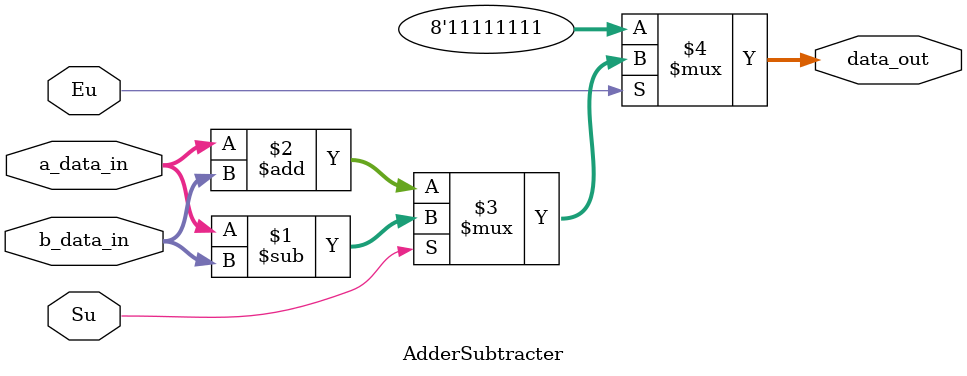
<source format=sv>
/*
* This module separates and stores data/instructions from W bus.
*/
module AdderSubtracter(
    //control signals
    input logic Su,
    input logic Eu,

    //accumulator and b register input
    input wire [7:0] a_data_in,
    input wire [7:0] b_data_in,

    //data and instruction
    output reg [7:0] data_out
    );

    assign data_out  = Eu ? (Su ? a_data_in - b_data_in : a_data_in + b_data_in) : 8'hFF;
    
endmodule

</source>
